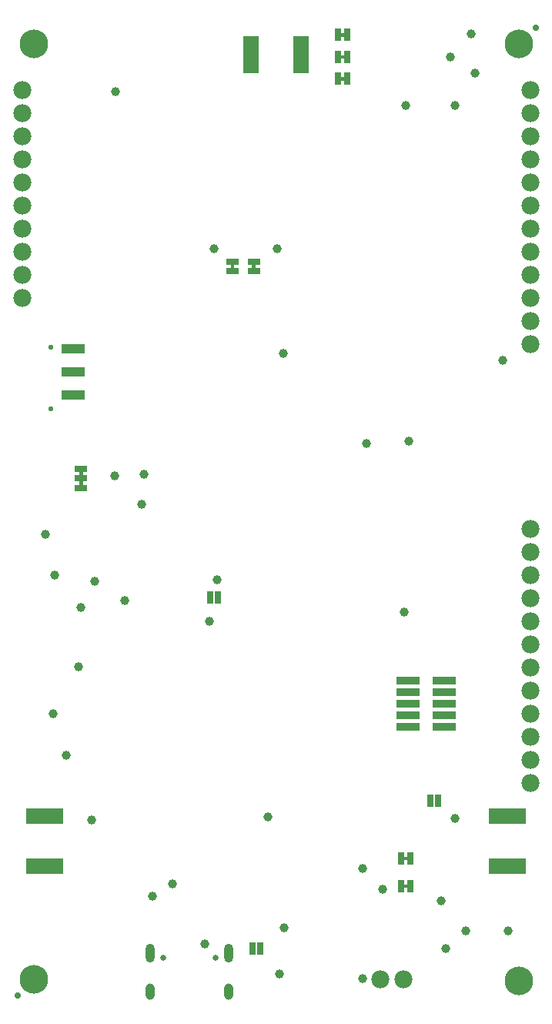
<source format=gbs>
G04*
G04 #@! TF.GenerationSoftware,Altium Limited,Altium Designer,23.1.1 (15)*
G04*
G04 Layer_Color=16711935*
%FSLAX44Y44*%
%MOMM*%
G71*
G04*
G04 #@! TF.SameCoordinates,52DFFBC7-DF18-43FC-A01C-1C5016B87F82*
G04*
G04*
G04 #@! TF.FilePolarity,Negative*
G04*
G01*
G75*
%ADD96R,1.7000X4.0500*%
%ADD98R,4.0500X1.7000*%
G04:AMPARAMS|DCode=128|XSize=0.735mm|YSize=0.735mm|CornerRadius=0.3675mm|HoleSize=0mm|Usage=FLASHONLY|Rotation=0.000|XOffset=0mm|YOffset=0mm|HoleType=Round|Shape=RoundedRectangle|*
%AMROUNDEDRECTD128*
21,1,0.7350,0.0000,0,0,0.0*
21,1,0.0000,0.7350,0,0,0.0*
1,1,0.7350,0.0000,0.0000*
1,1,0.7350,0.0000,0.0000*
1,1,0.7350,0.0000,0.0000*
1,1,0.7350,0.0000,0.0000*
%
%ADD128ROUNDEDRECTD128*%
%ADD148C,0.5750*%
%ADD149C,0.6500*%
G04:AMPARAMS|DCode=150|XSize=1mm|YSize=2.1mm|CornerRadius=0.5mm|HoleSize=0mm|Usage=FLASHONLY|Rotation=0.000|XOffset=0mm|YOffset=0mm|HoleType=Round|Shape=RoundedRectangle|*
%AMROUNDEDRECTD150*
21,1,1.0000,1.1000,0,0,0.0*
21,1,0.0000,2.1000,0,0,0.0*
1,1,1.0000,0.0000,-0.5500*
1,1,1.0000,0.0000,-0.5500*
1,1,1.0000,0.0000,0.5500*
1,1,1.0000,0.0000,0.5500*
%
%ADD150ROUNDEDRECTD150*%
G04:AMPARAMS|DCode=151|XSize=1mm|YSize=1.8mm|CornerRadius=0.5mm|HoleSize=0mm|Usage=FLASHONLY|Rotation=0.000|XOffset=0mm|YOffset=0mm|HoleType=Round|Shape=RoundedRectangle|*
%AMROUNDEDRECTD151*
21,1,1.0000,0.8000,0,0,0.0*
21,1,0.0000,1.8000,0,0,0.0*
1,1,1.0000,0.0000,-0.4000*
1,1,1.0000,0.0000,-0.4000*
1,1,1.0000,0.0000,0.4000*
1,1,1.0000,0.0000,0.4000*
%
%ADD151ROUNDEDRECTD151*%
%ADD152C,1.9796*%
%ADD153C,3.1480*%
%ADD186C,1.0000*%
%ADD187R,1.3700X0.7604*%
%ADD188R,0.7350X1.3700*%
%ADD189R,4.1000X1.7000*%
%ADD190R,2.5000X0.8600*%
%ADD191R,2.6000X1.1000*%
%ADD192R,0.7604X1.3700*%
G36*
X436880Y130175D02*
X431800D01*
Y126365D01*
X436880D01*
Y130175D01*
D02*
G37*
G36*
Y160655D02*
X431800D01*
Y156845D01*
X436880D01*
Y160655D01*
D02*
G37*
G36*
X75565Y574040D02*
Y568960D01*
X79375D01*
Y574040D01*
X75565D01*
D02*
G37*
G36*
Y584200D02*
Y579120D01*
X79375D01*
Y584200D01*
X75565D01*
D02*
G37*
G36*
X241935Y812165D02*
Y807085D01*
X245745D01*
Y812165D01*
X241935D01*
D02*
G37*
G36*
X265430D02*
Y807085D01*
X269240D01*
Y812165D01*
X265430D01*
D02*
G37*
G36*
X367665Y1017905D02*
X362585D01*
Y1014095D01*
X367665D01*
Y1017905D01*
D02*
G37*
G36*
Y1042035D02*
X362585D01*
Y1038225D01*
X367665D01*
Y1042035D01*
D02*
G37*
G36*
Y1066165D02*
X362585D01*
Y1062355D01*
X367665D01*
Y1066165D01*
D02*
G37*
D96*
X319800Y1042390D02*
D03*
X264400D02*
D03*
D98*
X37060Y205500D02*
D03*
Y150100D02*
D03*
D128*
X7620Y7620D02*
D03*
X577215Y1072515D02*
D03*
D148*
X44550Y653221D02*
D03*
X44550Y721221D02*
D03*
D149*
X225750Y49280D02*
D03*
X167950D02*
D03*
D150*
X240050Y54280D02*
D03*
X153650D02*
D03*
D151*
X240050Y12480D02*
D03*
X153650D02*
D03*
D152*
X571500Y723900D02*
D03*
Y749300D02*
D03*
Y774700D02*
D03*
Y800100D02*
D03*
Y825500D02*
D03*
Y850900D02*
D03*
Y876300D02*
D03*
Y901700D02*
D03*
Y927100D02*
D03*
Y952500D02*
D03*
Y977900D02*
D03*
Y1003300D02*
D03*
X12700Y774700D02*
D03*
Y800100D02*
D03*
Y825500D02*
D03*
Y850900D02*
D03*
Y876300D02*
D03*
Y901700D02*
D03*
Y927100D02*
D03*
Y952500D02*
D03*
Y977900D02*
D03*
Y1003300D02*
D03*
X431800Y25400D02*
D03*
X406400D02*
D03*
X571500Y520700D02*
D03*
Y495300D02*
D03*
Y469900D02*
D03*
Y444500D02*
D03*
Y419100D02*
D03*
Y393700D02*
D03*
Y368300D02*
D03*
Y342900D02*
D03*
Y317500D02*
D03*
Y292100D02*
D03*
Y266700D02*
D03*
Y241300D02*
D03*
D153*
X558800Y1054100D02*
D03*
X25400Y25400D02*
D03*
X558800Y24130D02*
D03*
X25400Y1054100D02*
D03*
D186*
X300736Y82296D02*
D03*
X283210Y204470D02*
D03*
X387350Y147320D02*
D03*
X408940Y124460D02*
D03*
X88900Y200660D02*
D03*
X387316Y26704D02*
D03*
X213614Y64516D02*
D03*
X177800Y130810D02*
D03*
X156210Y116840D02*
D03*
X299720Y713740D02*
D03*
X391160Y614680D02*
D03*
X438150Y617220D02*
D03*
X541020Y706120D02*
D03*
X478790Y59690D02*
D03*
X500380Y78740D02*
D03*
X60960Y271780D02*
D03*
X46990Y317500D02*
D03*
X74930Y369570D02*
D03*
X488950Y202692D02*
D03*
X115570Y1002030D02*
D03*
X434340Y986790D02*
D03*
X488950D02*
D03*
X506730Y1065530D02*
D03*
X483870Y1040130D02*
D03*
X510540Y1022350D02*
D03*
X227330Y464820D02*
D03*
X218805Y419465D02*
D03*
X433070Y429260D02*
D03*
X114300Y579120D02*
D03*
X143764Y548386D02*
D03*
X146558Y581152D02*
D03*
X293370Y829310D02*
D03*
X223520D02*
D03*
X48260Y469900D02*
D03*
X125730Y441960D02*
D03*
X38354Y514858D02*
D03*
X92710Y463550D02*
D03*
X77470Y434340D02*
D03*
X473710Y111760D02*
D03*
X295910Y32004D02*
D03*
X547370Y79502D02*
D03*
D187*
X77470Y586994D02*
D03*
Y576580D02*
D03*
Y566166D02*
D03*
X267335Y814832D02*
D03*
Y804418D02*
D03*
X243840Y814832D02*
D03*
Y804418D02*
D03*
D188*
X462026Y222250D02*
D03*
X470154D02*
D03*
X219456Y445770D02*
D03*
X227584D02*
D03*
X266446Y59690D02*
D03*
X274574D02*
D03*
D189*
X546540Y205500D02*
D03*
Y150100D02*
D03*
D190*
X437446Y303530D02*
D03*
Y316230D02*
D03*
Y328930D02*
D03*
Y341630D02*
D03*
Y354330D02*
D03*
X476446D02*
D03*
Y341630D02*
D03*
Y328930D02*
D03*
Y316230D02*
D03*
Y303530D02*
D03*
D191*
X68830Y718820D02*
D03*
Y693420D02*
D03*
Y668020D02*
D03*
D192*
X429133Y128270D02*
D03*
X439547D02*
D03*
X429133Y158750D02*
D03*
X439547D02*
D03*
X370332Y1064260D02*
D03*
X359918D02*
D03*
X370332Y1016000D02*
D03*
X359918D02*
D03*
X370332Y1040130D02*
D03*
X359918D02*
D03*
M02*

</source>
